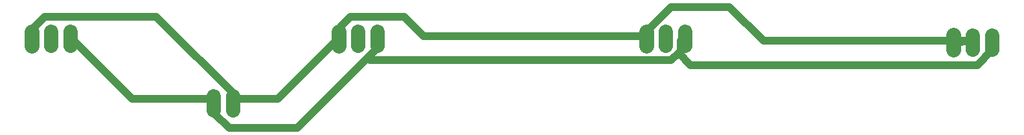
<source format=gbr>
G04 EAGLE Gerber X2 export*
%TF.Part,Single*%
%TF.FileFunction,Copper,L2,Bot,Mixed*%
%TF.FilePolarity,Positive*%
%TF.GenerationSoftware,Autodesk,EAGLE,8.7.1*%
%TF.CreationDate,2018-05-13T19:17:34Z*%
G75*
%MOMM*%
%FSLAX34Y34*%
%LPD*%
%AMOC8*
5,1,8,0,0,1.08239X$1,22.5*%
G01*
%ADD10C,1.930400*%
%ADD11C,1.879600*%
%ADD12C,1.016000*%


D10*
X72100Y145348D02*
X72100Y164652D01*
D11*
X97500Y164398D02*
X97500Y145602D01*
X122900Y145602D02*
X122900Y164398D01*
D10*
X473767Y164652D02*
X473767Y145348D01*
D11*
X499167Y145602D02*
X499167Y164398D01*
X524567Y164398D02*
X524567Y145602D01*
D10*
X875433Y145348D02*
X875433Y164652D01*
D11*
X900833Y164398D02*
X900833Y145602D01*
X926233Y145602D02*
X926233Y164398D01*
D10*
X1277100Y159652D02*
X1277100Y140348D01*
D11*
X1302500Y140602D02*
X1302500Y159398D01*
X1327900Y159398D02*
X1327900Y140602D01*
X310000Y79398D02*
X310000Y60602D01*
X335400Y60602D02*
X335400Y79398D01*
D12*
X522500Y155000D02*
X524567Y155000D01*
X925000Y155000D02*
X926233Y155000D01*
X1327500Y150000D02*
X1327900Y150000D01*
X304800Y76200D02*
X203200Y76200D01*
X127000Y152400D01*
X304800Y76200D02*
X310000Y70000D01*
X127000Y152400D02*
X122900Y155000D01*
X520700Y152400D02*
X520700Y139700D01*
X511175Y130175D02*
X419100Y38100D01*
X511175Y130175D02*
X520700Y139700D01*
X419100Y38100D02*
X330200Y38100D01*
X311150Y57150D01*
X311150Y69850D01*
X520700Y152400D02*
X524567Y155000D01*
X311150Y69850D02*
X310000Y70000D01*
X920750Y139700D02*
X920750Y152400D01*
X917575Y136525D02*
X908050Y127000D01*
X917575Y136525D02*
X920750Y139700D01*
X908050Y127000D02*
X514350Y127000D01*
X920750Y152400D02*
X926233Y155000D01*
X514350Y127000D02*
X511175Y130175D01*
X1327150Y139700D02*
X1327150Y146050D01*
X1327150Y139700D02*
X1308100Y120650D01*
X933450Y120650D01*
X917575Y136525D01*
X1327150Y146050D02*
X1327900Y150000D01*
X877500Y155000D02*
X875433Y155000D01*
X1275000Y150000D02*
X1277100Y150000D01*
X72500Y155000D02*
X72100Y155000D01*
X1028700Y152400D02*
X1301750Y152400D01*
X1028700Y152400D02*
X984250Y196850D01*
X908050Y196850D01*
X869950Y158750D01*
X1277100Y150000D02*
X1301750Y152400D01*
X393700Y76200D02*
X342900Y76200D01*
X336550Y76200D01*
X393700Y76200D02*
X469900Y152400D01*
X336550Y76200D02*
X335400Y70000D01*
X469900Y152400D02*
X473767Y155000D01*
X76200Y158750D02*
X76200Y171450D01*
X88900Y184150D01*
X234950Y184150D01*
X342900Y76200D01*
X76200Y158750D02*
X72100Y155000D01*
X335400Y70000D02*
X342900Y76200D01*
X584200Y158750D02*
X869950Y158750D01*
X584200Y158750D02*
X558800Y184150D01*
X488950Y184150D01*
X476250Y171450D01*
X476250Y158750D01*
X869950Y158750D02*
X875433Y155000D01*
X476250Y158750D02*
X473767Y155000D01*
M02*

</source>
